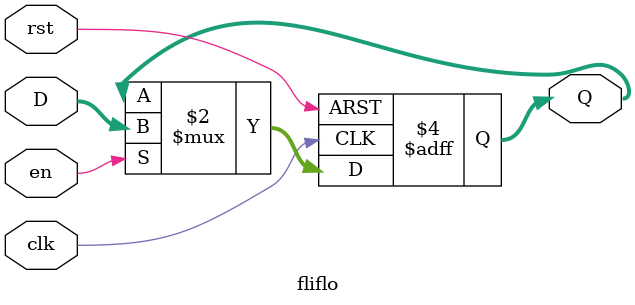
<source format=sv>
`timescale 1ns / 1ps

// fliflo nombre_(.clk(),.rst(),.en(),.D(),.Q());

module fliflo(
    input logic clk, rst, en,
    input logic [4:0]D,
    
    output logic [4:0]Q
    );
    
    always_ff @(posedge clk, posedge rst) begin
        if (rst) begin
            Q='b0;
        end
        else if (en) begin
            Q<=D;
        end
    end
    
endmodule

</source>
